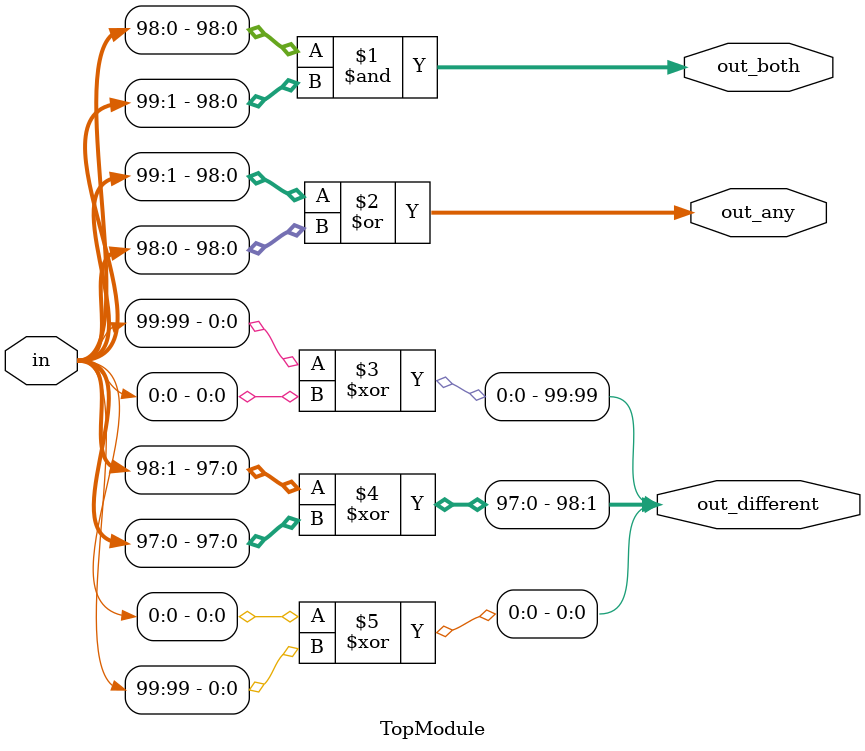
<source format=sv>

module TopModule (
  input [99:0] in,
  output [98:0] out_both,
  output [99:1] out_any,
  output [99:0] out_different
);
  
  // out_both[i] = in[i] & in[i+1] for i = 0 to 98
  assign out_both = in[98:0] & in[99:1];
  
  // out_any[i] = in[i] | in[i-1] for i = 1 to 99
  assign out_any = in[99:1] | in[98:0];
  
  // out_different[i] = in[i] ^ in[i-1] for i = 0 to 99
  // Special case for i=0: in[0] ^ in[99] (wrapping around)
  // Special case for i=99: in[99] ^ in[0] (wrapping around)
  assign out_different[99] = in[99] ^ in[0];
  assign out_different[98:1] = in[98:1] ^ in[97:0];
  assign out_different[0] = in[0] ^ in[99];
  
endmodule

// VERILOG-EVAL: errant inclusion of module definition

</source>
